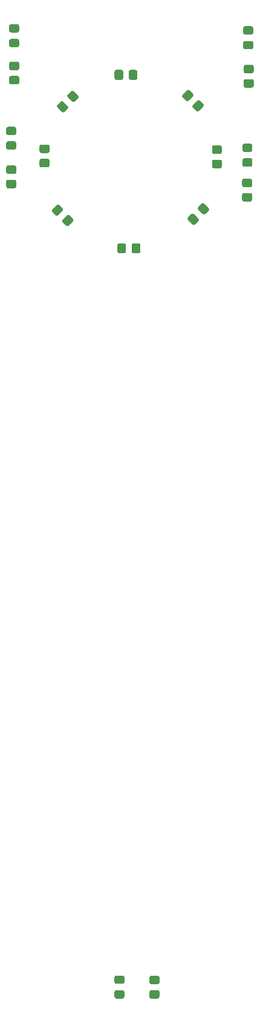
<source format=gbr>
G04 #@! TF.GenerationSoftware,KiCad,Pcbnew,(5.1.10)-1*
G04 #@! TF.CreationDate,2022-12-17T23:06:12+05:30*
G04 #@! TF.ProjectId,2023 control pcb,32303233-2063-46f6-9e74-726f6c207063,rev?*
G04 #@! TF.SameCoordinates,Original*
G04 #@! TF.FileFunction,Paste,Top*
G04 #@! TF.FilePolarity,Positive*
%FSLAX46Y46*%
G04 Gerber Fmt 4.6, Leading zero omitted, Abs format (unit mm)*
G04 Created by KiCad (PCBNEW (5.1.10)-1) date 2022-12-17 23:06:12*
%MOMM*%
%LPD*%
G01*
G04 APERTURE LIST*
G04 APERTURE END LIST*
G04 #@! TO.C,R9*
G36*
G01*
X206499881Y-205945280D02*
X205599879Y-205945280D01*
G75*
G02*
X205349880Y-205695281I0J249999D01*
G01*
X205349880Y-204995279D01*
G75*
G02*
X205599879Y-204745280I249999J0D01*
G01*
X206499881Y-204745280D01*
G75*
G02*
X206749880Y-204995279I0J-249999D01*
G01*
X206749880Y-205695281D01*
G75*
G02*
X206499881Y-205945280I-249999J0D01*
G01*
G37*
G36*
G01*
X206499881Y-207945280D02*
X205599879Y-207945280D01*
G75*
G02*
X205349880Y-207695281I0J249999D01*
G01*
X205349880Y-206995279D01*
G75*
G02*
X205599879Y-206745280I249999J0D01*
G01*
X206499881Y-206745280D01*
G75*
G02*
X206749880Y-206995279I0J-249999D01*
G01*
X206749880Y-207695281D01*
G75*
G02*
X206499881Y-207945280I-249999J0D01*
G01*
G37*
G04 #@! TD*
G04 #@! TO.C,R8*
G36*
G01*
X219692641Y-78604920D02*
X218792639Y-78604920D01*
G75*
G02*
X218542640Y-78354921I0J249999D01*
G01*
X218542640Y-77654919D01*
G75*
G02*
X218792639Y-77404920I249999J0D01*
G01*
X219692641Y-77404920D01*
G75*
G02*
X219942640Y-77654919I0J-249999D01*
G01*
X219942640Y-78354921D01*
G75*
G02*
X219692641Y-78604920I-249999J0D01*
G01*
G37*
G36*
G01*
X219692641Y-80604920D02*
X218792639Y-80604920D01*
G75*
G02*
X218542640Y-80354921I0J249999D01*
G01*
X218542640Y-79654919D01*
G75*
G02*
X218792639Y-79404920I249999J0D01*
G01*
X219692641Y-79404920D01*
G75*
G02*
X219942640Y-79654919I0J-249999D01*
G01*
X219942640Y-80354921D01*
G75*
G02*
X219692641Y-80604920I-249999J0D01*
G01*
G37*
G04 #@! TD*
G04 #@! TO.C,R7*
G36*
G01*
X186454201Y-92669920D02*
X185554199Y-92669920D01*
G75*
G02*
X185304200Y-92419921I0J249999D01*
G01*
X185304200Y-91719919D01*
G75*
G02*
X185554199Y-91469920I249999J0D01*
G01*
X186454201Y-91469920D01*
G75*
G02*
X186704200Y-91719919I0J-249999D01*
G01*
X186704200Y-92419921D01*
G75*
G02*
X186454201Y-92669920I-249999J0D01*
G01*
G37*
G36*
G01*
X186454201Y-94669920D02*
X185554199Y-94669920D01*
G75*
G02*
X185304200Y-94419921I0J249999D01*
G01*
X185304200Y-93719919D01*
G75*
G02*
X185554199Y-93469920I249999J0D01*
G01*
X186454201Y-93469920D01*
G75*
G02*
X186704200Y-93719919I0J-249999D01*
G01*
X186704200Y-94419921D01*
G75*
G02*
X186454201Y-94669920I-249999J0D01*
G01*
G37*
G04 #@! TD*
G04 #@! TO.C,R6*
G36*
G01*
X186855521Y-78157120D02*
X185955519Y-78157120D01*
G75*
G02*
X185705520Y-77907121I0J249999D01*
G01*
X185705520Y-77207119D01*
G75*
G02*
X185955519Y-76957120I249999J0D01*
G01*
X186855521Y-76957120D01*
G75*
G02*
X187105520Y-77207119I0J-249999D01*
G01*
X187105520Y-77907121D01*
G75*
G02*
X186855521Y-78157120I-249999J0D01*
G01*
G37*
G36*
G01*
X186855521Y-80157120D02*
X185955519Y-80157120D01*
G75*
G02*
X185705520Y-79907121I0J249999D01*
G01*
X185705520Y-79207119D01*
G75*
G02*
X185955519Y-78957120I249999J0D01*
G01*
X186855521Y-78957120D01*
G75*
G02*
X187105520Y-79207119I0J-249999D01*
G01*
X187105520Y-79907121D01*
G75*
G02*
X186855521Y-80157120I-249999J0D01*
G01*
G37*
G04 #@! TD*
G04 #@! TO.C,R5*
G36*
G01*
X219479281Y-94524120D02*
X218579279Y-94524120D01*
G75*
G02*
X218329280Y-94274121I0J249999D01*
G01*
X218329280Y-93574119D01*
G75*
G02*
X218579279Y-93324120I249999J0D01*
G01*
X219479281Y-93324120D01*
G75*
G02*
X219729280Y-93574119I0J-249999D01*
G01*
X219729280Y-94274121D01*
G75*
G02*
X219479281Y-94524120I-249999J0D01*
G01*
G37*
G36*
G01*
X219479281Y-96524120D02*
X218579279Y-96524120D01*
G75*
G02*
X218329280Y-96274121I0J249999D01*
G01*
X218329280Y-95574119D01*
G75*
G02*
X218579279Y-95324120I249999J0D01*
G01*
X219479281Y-95324120D01*
G75*
G02*
X219729280Y-95574119I0J-249999D01*
G01*
X219729280Y-96274121D01*
G75*
G02*
X219479281Y-96524120I-249999J0D01*
G01*
G37*
G04 #@! TD*
G04 #@! TO.C,D9*
G36*
G01*
X201597681Y-205873040D02*
X200697679Y-205873040D01*
G75*
G02*
X200447680Y-205623041I0J249999D01*
G01*
X200447680Y-204973039D01*
G75*
G02*
X200697679Y-204723040I249999J0D01*
G01*
X201597681Y-204723040D01*
G75*
G02*
X201847680Y-204973039I0J-249999D01*
G01*
X201847680Y-205623041D01*
G75*
G02*
X201597681Y-205873040I-249999J0D01*
G01*
G37*
G36*
G01*
X201597681Y-207923040D02*
X200697679Y-207923040D01*
G75*
G02*
X200447680Y-207673041I0J249999D01*
G01*
X200447680Y-207023039D01*
G75*
G02*
X200697679Y-206773040I249999J0D01*
G01*
X201597681Y-206773040D01*
G75*
G02*
X201847680Y-207023039I0J-249999D01*
G01*
X201847680Y-207673041D01*
G75*
G02*
X201597681Y-207923040I-249999J0D01*
G01*
G37*
G04 #@! TD*
G04 #@! TO.C,D8*
G36*
G01*
X218731679Y-74080680D02*
X219631681Y-74080680D01*
G75*
G02*
X219881680Y-74330679I0J-249999D01*
G01*
X219881680Y-74980681D01*
G75*
G02*
X219631681Y-75230680I-249999J0D01*
G01*
X218731679Y-75230680D01*
G75*
G02*
X218481680Y-74980681I0J249999D01*
G01*
X218481680Y-74330679D01*
G75*
G02*
X218731679Y-74080680I249999J0D01*
G01*
G37*
G36*
G01*
X218731679Y-72030680D02*
X219631681Y-72030680D01*
G75*
G02*
X219881680Y-72280679I0J-249999D01*
G01*
X219881680Y-72930681D01*
G75*
G02*
X219631681Y-73180680I-249999J0D01*
G01*
X218731679Y-73180680D01*
G75*
G02*
X218481680Y-72930681I0J249999D01*
G01*
X218481680Y-72280679D01*
G75*
G02*
X218731679Y-72030680I249999J0D01*
G01*
G37*
G04 #@! TD*
G04 #@! TO.C,D7*
G36*
G01*
X185538959Y-88116720D02*
X186438961Y-88116720D01*
G75*
G02*
X186688960Y-88366719I0J-249999D01*
G01*
X186688960Y-89016721D01*
G75*
G02*
X186438961Y-89266720I-249999J0D01*
G01*
X185538959Y-89266720D01*
G75*
G02*
X185288960Y-89016721I0J249999D01*
G01*
X185288960Y-88366719D01*
G75*
G02*
X185538959Y-88116720I249999J0D01*
G01*
G37*
G36*
G01*
X185538959Y-86066720D02*
X186438961Y-86066720D01*
G75*
G02*
X186688960Y-86316719I0J-249999D01*
G01*
X186688960Y-86966721D01*
G75*
G02*
X186438961Y-87216720I-249999J0D01*
G01*
X185538959Y-87216720D01*
G75*
G02*
X185288960Y-86966721I0J249999D01*
G01*
X185288960Y-86316719D01*
G75*
G02*
X185538959Y-86066720I249999J0D01*
G01*
G37*
G04 #@! TD*
G04 #@! TO.C,D6*
G36*
G01*
X185955519Y-73798960D02*
X186855521Y-73798960D01*
G75*
G02*
X187105520Y-74048959I0J-249999D01*
G01*
X187105520Y-74698961D01*
G75*
G02*
X186855521Y-74948960I-249999J0D01*
G01*
X185955519Y-74948960D01*
G75*
G02*
X185705520Y-74698961I0J249999D01*
G01*
X185705520Y-74048959D01*
G75*
G02*
X185955519Y-73798960I249999J0D01*
G01*
G37*
G36*
G01*
X185955519Y-71748960D02*
X186855521Y-71748960D01*
G75*
G02*
X187105520Y-71998959I0J-249999D01*
G01*
X187105520Y-72648961D01*
G75*
G02*
X186855521Y-72898960I-249999J0D01*
G01*
X185955519Y-72898960D01*
G75*
G02*
X185705520Y-72648961I0J249999D01*
G01*
X185705520Y-71998959D01*
G75*
G02*
X185955519Y-71748960I249999J0D01*
G01*
G37*
G04 #@! TD*
G04 #@! TO.C,D5*
G36*
G01*
X218614839Y-90487920D02*
X219514841Y-90487920D01*
G75*
G02*
X219764840Y-90737919I0J-249999D01*
G01*
X219764840Y-91387921D01*
G75*
G02*
X219514841Y-91637920I-249999J0D01*
G01*
X218614839Y-91637920D01*
G75*
G02*
X218364840Y-91387921I0J249999D01*
G01*
X218364840Y-90737919D01*
G75*
G02*
X218614839Y-90487920I249999J0D01*
G01*
G37*
G36*
G01*
X218614839Y-88437920D02*
X219514841Y-88437920D01*
G75*
G02*
X219764840Y-88687919I0J-249999D01*
G01*
X219764840Y-89337921D01*
G75*
G02*
X219514841Y-89587920I-249999J0D01*
G01*
X218614839Y-89587920D01*
G75*
G02*
X218364840Y-89337921I0J249999D01*
G01*
X218364840Y-88687919D01*
G75*
G02*
X218614839Y-88437920I249999J0D01*
G01*
G37*
G04 #@! TD*
G04 #@! TO.C,D1*
G36*
G01*
X194549612Y-82547785D02*
X193913215Y-81911388D01*
G75*
G02*
X193913215Y-81557836I176776J176776D01*
G01*
X194372836Y-81098215D01*
G75*
G02*
X194726388Y-81098215I176776J-176776D01*
G01*
X195362785Y-81734612D01*
G75*
G02*
X195362785Y-82088164I-176776J-176776D01*
G01*
X194903164Y-82547785D01*
G75*
G02*
X194549612Y-82547785I-176776J176776D01*
G01*
G37*
G36*
G01*
X193100044Y-83997353D02*
X192463647Y-83360956D01*
G75*
G02*
X192463647Y-83007404I176776J176776D01*
G01*
X192923268Y-82547783D01*
G75*
G02*
X193276820Y-82547783I176776J-176776D01*
G01*
X193913217Y-83184180D01*
G75*
G02*
X193913217Y-83537732I-176776J-176776D01*
G01*
X193453596Y-83997353D01*
G75*
G02*
X193100044Y-83997353I-176776J176776D01*
G01*
G37*
G04 #@! TD*
G04 #@! TO.C,D2*
G36*
G01*
X212887569Y-83236172D02*
X212251172Y-83872569D01*
G75*
G02*
X211897620Y-83872569I-176776J176776D01*
G01*
X211437999Y-83412948D01*
G75*
G02*
X211437999Y-83059396I176776J176776D01*
G01*
X212074396Y-82422999D01*
G75*
G02*
X212427948Y-82422999I176776J-176776D01*
G01*
X212887569Y-82882620D01*
G75*
G02*
X212887569Y-83236172I-176776J-176776D01*
G01*
G37*
G36*
G01*
X211438001Y-81786604D02*
X210801604Y-82423001D01*
G75*
G02*
X210448052Y-82423001I-176776J176776D01*
G01*
X209988431Y-81963380D01*
G75*
G02*
X209988431Y-81609828I176776J176776D01*
G01*
X210624828Y-80973431D01*
G75*
G02*
X210978380Y-80973431I176776J-176776D01*
G01*
X211438001Y-81433052D01*
G75*
G02*
X211438001Y-81786604I-176776J-176776D01*
G01*
G37*
G04 #@! TD*
G04 #@! TO.C,D3*
G36*
G01*
X193198001Y-97801604D02*
X192561604Y-98438001D01*
G75*
G02*
X192208052Y-98438001I-176776J176776D01*
G01*
X191748431Y-97978380D01*
G75*
G02*
X191748431Y-97624828I176776J176776D01*
G01*
X192384828Y-96988431D01*
G75*
G02*
X192738380Y-96988431I176776J-176776D01*
G01*
X193198001Y-97448052D01*
G75*
G02*
X193198001Y-97801604I-176776J-176776D01*
G01*
G37*
G36*
G01*
X194647569Y-99251172D02*
X194011172Y-99887569D01*
G75*
G02*
X193657620Y-99887569I-176776J176776D01*
G01*
X193197999Y-99427948D01*
G75*
G02*
X193197999Y-99074396I176776J176776D01*
G01*
X193834396Y-98437999D01*
G75*
G02*
X194187948Y-98437999I176776J-176776D01*
G01*
X194647569Y-98897620D01*
G75*
G02*
X194647569Y-99251172I-176776J-176776D01*
G01*
G37*
G04 #@! TD*
G04 #@! TO.C,D4*
G36*
G01*
X211374828Y-99717569D02*
X210738431Y-99081172D01*
G75*
G02*
X210738431Y-98727620I176776J176776D01*
G01*
X211198052Y-98267999D01*
G75*
G02*
X211551604Y-98267999I176776J-176776D01*
G01*
X212188001Y-98904396D01*
G75*
G02*
X212188001Y-99257948I-176776J-176776D01*
G01*
X211728380Y-99717569D01*
G75*
G02*
X211374828Y-99717569I-176776J176776D01*
G01*
G37*
G36*
G01*
X212824396Y-98268001D02*
X212187999Y-97631604D01*
G75*
G02*
X212187999Y-97278052I176776J176776D01*
G01*
X212647620Y-96818431D01*
G75*
G02*
X213001172Y-96818431I176776J-176776D01*
G01*
X213637569Y-97454828D01*
G75*
G02*
X213637569Y-97808380I-176776J-176776D01*
G01*
X213177948Y-98268001D01*
G75*
G02*
X212824396Y-98268001I-176776J176776D01*
G01*
G37*
G04 #@! TD*
G04 #@! TO.C,R1*
G36*
G01*
X201658000Y-78372999D02*
X201658000Y-79273001D01*
G75*
G02*
X201408001Y-79523000I-249999J0D01*
G01*
X200707999Y-79523000D01*
G75*
G02*
X200458000Y-79273001I0J249999D01*
G01*
X200458000Y-78372999D01*
G75*
G02*
X200707999Y-78123000I249999J0D01*
G01*
X201408001Y-78123000D01*
G75*
G02*
X201658000Y-78372999I0J-249999D01*
G01*
G37*
G36*
G01*
X203658000Y-78372999D02*
X203658000Y-79273001D01*
G75*
G02*
X203408001Y-79523000I-249999J0D01*
G01*
X202707999Y-79523000D01*
G75*
G02*
X202458000Y-79273001I0J249999D01*
G01*
X202458000Y-78372999D01*
G75*
G02*
X202707999Y-78123000I249999J0D01*
G01*
X203408001Y-78123000D01*
G75*
G02*
X203658000Y-78372999I0J-249999D01*
G01*
G37*
G04 #@! TD*
G04 #@! TO.C,R2*
G36*
G01*
X200868000Y-103513001D02*
X200868000Y-102612999D01*
G75*
G02*
X201117999Y-102363000I249999J0D01*
G01*
X201818001Y-102363000D01*
G75*
G02*
X202068000Y-102612999I0J-249999D01*
G01*
X202068000Y-103513001D01*
G75*
G02*
X201818001Y-103763000I-249999J0D01*
G01*
X201117999Y-103763000D01*
G75*
G02*
X200868000Y-103513001I0J249999D01*
G01*
G37*
G36*
G01*
X202868000Y-103513001D02*
X202868000Y-102612999D01*
G75*
G02*
X203117999Y-102363000I249999J0D01*
G01*
X203818001Y-102363000D01*
G75*
G02*
X204068000Y-102612999I0J-249999D01*
G01*
X204068000Y-103513001D01*
G75*
G02*
X203818001Y-103763000I-249999J0D01*
G01*
X203117999Y-103763000D01*
G75*
G02*
X202868000Y-103513001I0J249999D01*
G01*
G37*
G04 #@! TD*
G04 #@! TO.C,R3*
G36*
G01*
X191108001Y-89743000D02*
X190207999Y-89743000D01*
G75*
G02*
X189958000Y-89493001I0J249999D01*
G01*
X189958000Y-88792999D01*
G75*
G02*
X190207999Y-88543000I249999J0D01*
G01*
X191108001Y-88543000D01*
G75*
G02*
X191358000Y-88792999I0J-249999D01*
G01*
X191358000Y-89493001D01*
G75*
G02*
X191108001Y-89743000I-249999J0D01*
G01*
G37*
G36*
G01*
X191108001Y-91743000D02*
X190207999Y-91743000D01*
G75*
G02*
X189958000Y-91493001I0J249999D01*
G01*
X189958000Y-90792999D01*
G75*
G02*
X190207999Y-90543000I249999J0D01*
G01*
X191108001Y-90543000D01*
G75*
G02*
X191358000Y-90792999I0J-249999D01*
G01*
X191358000Y-91493001D01*
G75*
G02*
X191108001Y-91743000I-249999J0D01*
G01*
G37*
G04 #@! TD*
G04 #@! TO.C,R4*
G36*
G01*
X215248001Y-91863000D02*
X214347999Y-91863000D01*
G75*
G02*
X214098000Y-91613001I0J249999D01*
G01*
X214098000Y-90912999D01*
G75*
G02*
X214347999Y-90663000I249999J0D01*
G01*
X215248001Y-90663000D01*
G75*
G02*
X215498000Y-90912999I0J-249999D01*
G01*
X215498000Y-91613001D01*
G75*
G02*
X215248001Y-91863000I-249999J0D01*
G01*
G37*
G36*
G01*
X215248001Y-89863000D02*
X214347999Y-89863000D01*
G75*
G02*
X214098000Y-89613001I0J249999D01*
G01*
X214098000Y-88912999D01*
G75*
G02*
X214347999Y-88663000I249999J0D01*
G01*
X215248001Y-88663000D01*
G75*
G02*
X215498000Y-88912999I0J-249999D01*
G01*
X215498000Y-89613001D01*
G75*
G02*
X215248001Y-89863000I-249999J0D01*
G01*
G37*
G04 #@! TD*
M02*

</source>
